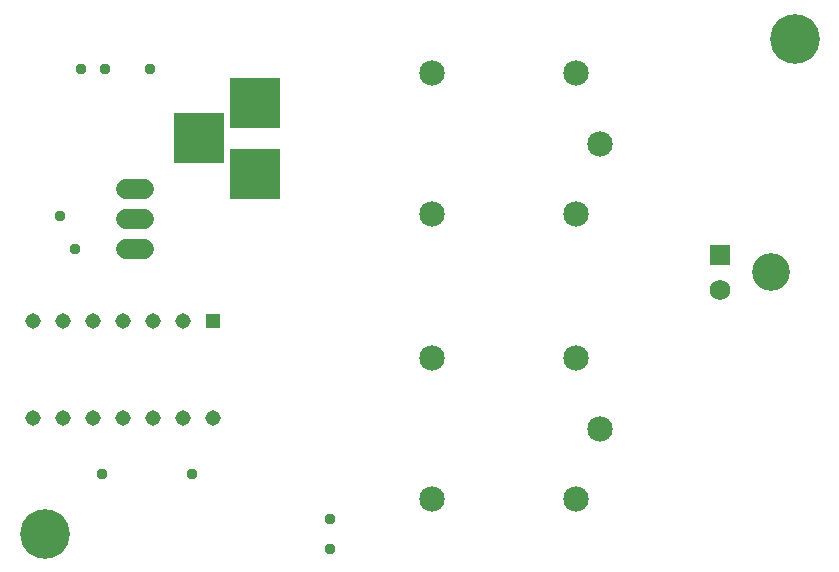
<source format=gbr>
G04 EAGLE Gerber RS-274X export*
G75*
%MOMM*%
%FSLAX34Y34*%
%LPD*%
%INSoldermask Bottom*%
%IPPOS*%
%AMOC8*
5,1,8,0,0,1.08239X$1,22.5*%
G01*
G04 Define Apertures*
%ADD10C,4.203200*%
%ADD11R,4.319194X4.319194*%
%ADD12R,1.733200X1.733200*%
%ADD13C,1.733200*%
%ADD14C,3.200400*%
%ADD15C,2.153200*%
%ADD16R,1.311200X1.311200*%
%ADD17C,1.311200*%
%ADD18C,1.727200*%
%ADD19C,0.959600*%
D10*
X1308100Y558800D03*
X1943100Y977900D03*
D11*
X1485900Y863600D03*
X1438900Y893600D03*
X1485900Y923600D03*
D12*
X1879600Y795020D03*
D13*
X1879600Y765020D03*
D14*
X1922780Y780034D03*
D15*
X1777900Y889000D03*
X1757900Y949000D03*
X1635680Y949000D03*
X1635680Y829000D03*
X1757900Y829000D03*
X1777900Y647700D03*
X1757900Y707700D03*
X1635680Y707700D03*
X1635680Y587700D03*
X1757900Y587700D03*
D16*
X1450800Y739016D03*
D17*
X1425400Y739016D03*
X1400000Y739016D03*
X1374600Y739016D03*
X1349200Y739016D03*
X1323800Y739016D03*
X1298400Y739016D03*
X1298400Y656466D03*
X1323800Y656466D03*
X1349200Y656466D03*
X1374600Y656466D03*
X1400000Y656466D03*
X1425400Y656466D03*
X1450800Y656466D03*
D18*
X1391920Y850900D02*
X1376680Y850900D01*
X1376680Y825500D02*
X1391920Y825500D01*
X1391920Y800100D02*
X1376680Y800100D01*
D19*
X1320548Y828040D03*
X1333500Y800100D03*
X1338580Y952500D03*
X1432560Y609600D03*
X1358900Y952500D03*
X1356360Y609600D03*
X1397000Y952500D03*
X1549400Y546100D03*
X1549400Y571500D03*
M02*

</source>
